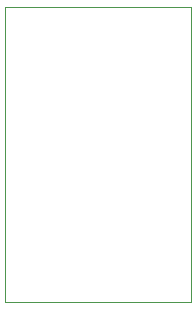
<source format=gbr>
%TF.GenerationSoftware,KiCad,Pcbnew,(5.1.9)-1*%
%TF.CreationDate,2021-02-03T20:33:18-05:00*%
%TF.ProjectId,NerdConsole_BreadBoard_BridgeMonitor8,4e657264-436f-46e7-936f-6c655f427265,rev?*%
%TF.SameCoordinates,Original*%
%TF.FileFunction,Profile,NP*%
%FSLAX46Y46*%
G04 Gerber Fmt 4.6, Leading zero omitted, Abs format (unit mm)*
G04 Created by KiCad (PCBNEW (5.1.9)-1) date 2021-02-03 20:33:18*
%MOMM*%
%LPD*%
G01*
G04 APERTURE LIST*
%TA.AperFunction,Profile*%
%ADD10C,0.050000*%
%TD*%
G04 APERTURE END LIST*
D10*
X90500000Y-100500000D02*
X90500000Y-75500000D01*
X106250000Y-100500000D02*
X90500000Y-100500000D01*
X106250000Y-75500000D02*
X106250000Y-100500000D01*
X90500000Y-75500000D02*
X106250000Y-75500000D01*
M02*

</source>
